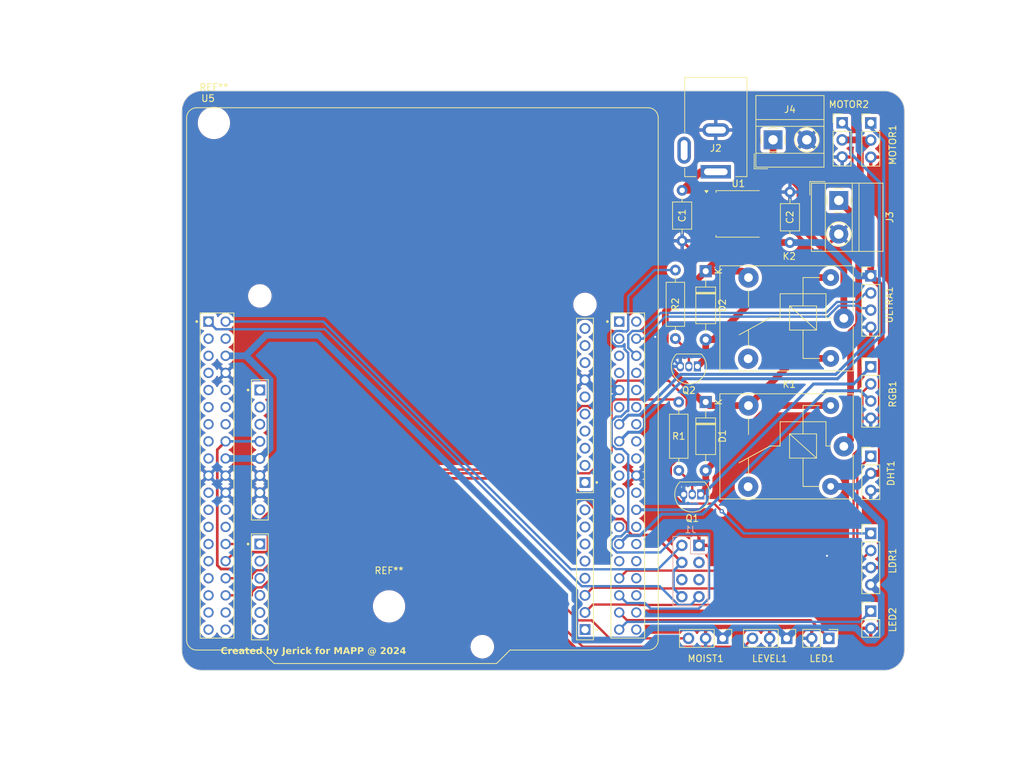
<source format=kicad_pcb>
(kicad_pcb (version 20240108) (generator "pcbnew") (generator_version "8.0")
  (layers (0 "F.Cu" signal) (31 "B.Cu" signal) (34 "B.Paste" user) (35 "F.Paste" user) (36 "B.SilkS" user "B.Silkscreen") (37 "F.SilkS" user "F.Silkscreen") (38 "B.Mask" user) (39 "F.Mask" user) (44 "Edge.Cuts" user))
  (net 0 "")
  (net 13 "rx")
  (net 14 "tx")
  (net 29 "A0")
  (net 31 "PUMP")
  (net 33 "MOISTURE")
  (net 35 "WATERLEVEL")
  (net 47 "D0")
  (net 48 "DHT")
  (net 57 "ECHO")
  (net 59 "TRIG")
  (net 64 "MOTOR2")
  (net 66 "MOTOR1")
  (net 73 "RLED")
  (net 76 "BLED")
  (net 80 "GLED")
  (net 82 "DC")
  (net 84 "LED1")
  (net 85 "LED2")
  (net 86 "+12V")
  (net 87 "GND")
  (net 88 "+5V")
  (net 89 "Net-(D1-A)")
  (net 90 "Net-(D2-A)")
  (net 91 "+3.3V")
  (net 94 "Net-(J3-Pin_1)")
  (net 95 "Net-(J4-Pin_1)")
  (net 96 "Net-(Q1-B)")
  (net 97 "Net-(Q2-B)")
  (footprint "Connector_PinHeader_2.54mm:PinHeader_1x04_P2.54mm_Vertical" (layer "F.Cu") (at 154.5 82.7)
    (property "Reference" "RGB1")
    (property "Value" "Conn_01x04")
  )
  (footprint "Package_TO_SOT_THT:TO-92_Inline" (layer "F.Cu") (at 128.77 82.64 180)
    (property "Reference" "Q2")
    (property "Value" "BC547")
  )
  (footprint "Connector_PinHeader_2.54mm:PinHeader_1x03_P2.54mm_Vertical" (layer "F.Cu") (at 132.525 123 -90)
    (property "Reference" "MOIST1")
    (property "Value" "Conn_01x03")
  )
  (footprint "Connector_PinHeader_2.54mm:PinHeader_1x04_P2.54mm_Vertical" (layer "F.Cu") (at 154.5 107.42)
    (property "Reference" "LDR1")
    (property "Value" "Conn_01x04")
  )
  (footprint "Diode_THT:D_A-405_P10.16mm_Horizontal" (layer "F.Cu") (at 130 68.5 -90)
    (property "Reference" "D2")
    (property "Value" "D")
  )
  (footprint "Connector_PinHeader_2.54mm:PinHeader_1x03_P2.54mm_Vertical" (layer "F.Cu") (at 150.25 46.475)
    (property "Reference" "MOTOR2")
    (property "Value" "Conn_01x03")
  )
  (footprint "Capacitor_THT:C_Axial_L3.8mm_D2.6mm_P7.50mm_Horizontal" (layer "F.Cu") (at 126.5 56.5 -90)
    (property "Reference" "C1")
    (property "Value" "100nF")
  )
  (footprint "Capacitor_THT:C_Axial_L3.8mm_D2.6mm_P7.50mm_Horizontal" (layer "F.Cu") (at 142.5 64.25 90)
    (property "Reference" "C2")
    (property "Value" "100nF")
  )
  (footprint "Package_TO_SOT_THT:TO-92_Inline" (layer "F.Cu") (at 129.27 101.64 180)
    (property "Reference" "Q1")
    (property "Value" "BC547")
  )
  (footprint "Connector_PinHeader_2.54mm:PinHeader_1x03_P2.54mm_Vertical" (layer "F.Cu") (at 154.5 95.975)
    (property "Reference" "DHT1")
    (property "Value" "Conn_01x03")
  )
  (footprint "Connector_PinHeader_2.54mm:PinHeader_1x02_P2.54mm_Vertical" (layer "F.Cu") (at 148.275 123 -90)
    (property "Reference" "LED1")
    (property "Value" "Conn_01x02")
  )
  (footprint "Library:ST_NUCLEO-F410RB" (layer "F.Cu") (at 87.95 85.49)
    (property "Reference" "U5")
    (property "Value" "NUCLEO-F410RB")
  )
  (footprint "TerminalBlock_MetzConnect:TerminalBlock_MetzConnect_Type011_RT05502HBWC_1x02_P5.00mm_Horizontal" (layer "F.Cu") (at 140 49)
    (property "Reference" "J4")
    (property "Value" "Screw_Terminal_01x02")
  )
  (footprint "Resistor_THT:R_Axial_DIN0207_L6.3mm_D2.5mm_P10.16mm_Horizontal" (layer "F.Cu") (at 125.5 78.5 90)
    (property "Reference" "R2")
    (property "Value" "1k")
  )
  (footprint "Connector_PinHeader_2.54mm:PinHeader_1x04_P2.54mm_Vertical" (layer "F.Cu") (at 154.5 69.2)
    (property "Reference" "ULTRA1")
    (property "Value" "Conn_01x04")
  )
  (footprint "MountingHole:MountingHole_4.3mm_M4" (layer "F.Cu") (at 57 46.5)
    (property "Reference" "REF**")
    (property "Value" "MountingHole_4.3mm_M4")
  )
  (footprint "MountingHole:MountingHole_4.3mm_M4" (layer "F.Cu") (at 83 118.25)
    (property "Reference" "REF**")
    (property "Value" "MountingHole_4.3mm_M4")
  )
  (footprint "Connector_PinHeader_2.54mm:PinHeader_1x02_P2.54mm_Vertical" (layer "F.Cu") (at 154.5 118.96)
    (property "Reference" "LED2")
    (property "Value" "Conn_01x02")
  )
  (footprint "Diode_THT:D_A-405_P10.16mm_Horizontal" (layer "F.Cu") (at 130 87.92 -90)
    (property "Reference" "D1")
    (property "Value" "D")
  )
  (footprint "Resistor_THT:R_Axial_DIN0207_L6.3mm_D2.5mm_P10.16mm_Horizontal" (layer "F.Cu") (at 126 98.08 90)
    (property "Reference" "R1")
    (property "Value" "1k")
  )
  (footprint "TerminalBlock_MetzConnect:TerminalBlock_MetzConnect_Type011_RT05502HBWC_1x02_P5.00mm_Horizontal" (layer "F.Cu") (at 149.75 58 -90)
    (property "Reference" "J3")
    (property "Value" "Screw_Terminal_01x02")
  )
  (footprint "Connector_PinHeader_2.54mm:PinHeader_1x03_P2.54mm_Vertical" (layer "F.Cu") (at 154.5 46.5)
    (property "Reference" "MOTOR1")
    (property "Value" "Conn_01x03")
  )
  (footprint "Relay_THT:Relay_SPDT_SANYOU_SRD_Series_Form_C" (layer "F.Cu") (at 150.5 94.5 180)
    (property "Reference" "K1")
    (property "Value" "SANYOU_SRD_Form_C")
  )
  (footprint "Relay_THT:Relay_SPDT_SANYOU_SRD_Series_Form_C" (layer "F.Cu") (at 150.5 75.5 180)
    (property "Reference" "K2")
    (property "Value" "SANYOU_SRD_Form_C")
  )
  (footprint "Connector_PinHeader_2.54mm:PinHeader_1x03_P2.54mm_Vertical" (layer "F.Cu") (at 142.025 123 -90)
    (property "Reference" "LEVEL1")
    (property "Value" "Conn_01x03")
  )
  (footprint "Package_TO_SOT_SMD:TO-252-2" (layer "F.Cu") (at 134.84 60.0025)
    (property "Reference" "U1")
    (property "Value" "L7805")
  )
  (footprint "Connector_BarrelJack:BarrelJack_Kycon_KLDX-0202-xC_Horizontal" (layer "F.Cu") (at 131.5 53.75 -90)
    (property "Reference" "J2")
    (property "Value" "Barrel_Jack")
  )
  (footprint "Connector_PinHeader_2.54mm:PinHeader_2x04_P2.54mm_Vertical" (layer "B.Cu") (at 129 109.2 180)
    (property "Reference" "J1")
    (property "Value" "Conn_02x04_Counter_Clockwise")
  )
  (gr_line (start 52.25 124.75) (end 52.25 44.75) (stroke (width 0.1)) (layer "Edge.Cuts"))
  (gr_line (start 55.25 41.75) (end 156.5 41.75) (stroke (width 0.1)) (layer "Edge.Cuts"))
  (gr_arc (start 156.5 41.75) (mid 158.62132 42.62868) (end 159.5 44.75) (stroke (width 0.1)) (layer "Edge.Cuts"))
  (gr_line (start 159.5 44.75) (end 159.5 124.75) (stroke (width 0.1)) (layer "Edge.Cuts"))
  (gr_line (start 156.5 127.75) (end 55.25 127.75) (stroke (width 0.1)) (layer "Edge.Cuts"))
  (gr_arc (start 55.25 127.75) (mid 53.12868 126.87132) (end 52.25 124.75) (stroke (width 0.1)) (layer "Edge.Cuts"))
  (gr_arc (start 159.5 124.75) (mid 158.62132 126.87132) (end 156.5 127.75) (stroke (width 0.1)) (layer "Edge.Cuts"))
  (gr_arc (start 52.25 44.75) (mid 53.12868 42.62868) (end 55.25 41.75) (stroke (width 0.1)) (layer "Edge.Cuts"))
  (gr_text "Created by Jerick for MAPP @ 2024" (at 58 125.5 0) (layer "F.SilkS") (effects (font (size 1 1) (thickness 0.2) (bold yes)) (justify left bottom)))
  (segment (start 123.165088 115.2575) (end 125.952588 118.045) (width 0.35) (layer "B.Cu") (net 13))
  (segment (start 125.952588 118.045) (end 127.775 118.045) (width 0.35) (layer "B.Cu") (net 13))
  (segment (start 56.2 75.98) (end 57.34 77.12) (width 0.35) (layer "B.Cu") (net 13))
  (segment (start 57.34 77.12) (end 73.454763 77.12) (width 0.35) (layer "B.Cu") (net 13))
  (segment (start 73.454763 77.12) (end 111.592263 115.2575) (width 0.35) (layer "B.Cu") (net 13))
  (segment (start 127.775 118.045) (end 129 116.82) (width 0.35) (layer "B.Cu") (net 13))
  (segment (start 111.592263 115.2575) (end 123.165088 115.2575) (width 0.35) (layer "B.Cu") (net 13))
  (segment (start 73.23 75.98) (end 58.74 75.98) (width 0.35) (layer "B.Cu") (net 14))
  (segment (start 122.91 112.75) (end 110 112.75) (width 0.35) (layer "B.Cu") (net 14))
  (segment (start 110 112.75) (end 73.23 75.98) (width 0.35) (layer "B.Cu") (net 14))
  (segment (start 126.46 109.2) (end 122.91 112.75) (width 0.35) (layer "B.Cu") (net 14))
  (segment (start 111.592263 88.5225) (end 102.164763 97.95) (width 0.35) (layer "F.Cu") (net 29))
  (segment (start 71.455237 97.95) (end 60.405237 109) (width 0.35) (layer "F.Cu") (net 29))
  (segment (start 132.375 104.125) (end 131.25 103) (width 0.35) (layer "F.Cu") (net 29))
  (segment (start 102.164763 97.95) (end 71.455237 97.95) (width 0.35) (layer "F.Cu") (net 29))
  (segment (start 116.937796 84.75) (end 112.866516 88.82128) (width 0.35) (layer "F.Cu") (net 29))
  (segment (start 112.866516 88.82128) (end 112.567737 88.5225) (width 0.35) (layer "F.Cu") (net 29))
  (segment (start 112.567737 88.5225) (end 111.592263 88.5225) (width 0.35) (layer "F.Cu") (net 29))
  (segment (start 127.175 95.075) (end 127.175 87.433299) (width 0.35) (layer "F.Cu") (net 29))
  (segment (start 124.825 97.425) (end 127.175 95.075) (width 0.35) (layer "F.Cu") (net 29))
  (segment (start 60.405237 109) (end 58.74 109) (width 0.35) (layer "F.Cu") (net 29))
  (segment (start 124.491701 84.75) (end 116.937796 84.75) (width 0.35) (layer "F.Cu") (net 29))
  (segment (start 127.175 87.433299) (end 124.491701 84.75) (width 0.35) (layer "F.Cu") (net 29))
  (segment (start 131.25 103) (end 126.592208 103) (width 0.35) (layer "F.Cu") (net 29))
  (segment (start 124.825 101.232792) (end 124.825 97.425) (width 0.35) (layer "F.Cu") (net 29))
  (segment (start 126.592208 103) (end 124.825 101.232792) (width 0.35) (layer "F.Cu") (net 29))
  (via (at 132.375 104.125) (size 0.66) (drill 0.3) (layers "F.Cu" "B.Cu") (net 29))
  (segment (start 135.67 107.42) (end 154.5 107.42) (width 0.35) (layer "B.Cu") (net 29))
  (segment (start 132.375 104.125) (end 135.67 107.42) (width 0.35) (layer "B.Cu") (net 29))
  (segment (start 116.02 87.98) (end 116.46 87.54) (width 0.35) (layer "F.Cu") (net 31))
  (segment (start 125.62 87.54) (end 126 87.92) (width 0.35) (layer "F.Cu") (net 31))
  (segment (start 116.02 95.23) (end 116.02 87.98) (width 0.35) (layer "F.Cu") (net 31))
  (segment (start 112.75 98.5) (end 116.02 95.23) (width 0.35) (layer "F.Cu") (net 31))
  (segment (start 71.78 98.5) (end 112.75 98.5) (width 0.35) (layer "F.Cu") (net 31))
  (segment (start 116.46 87.54) (end 125.62 87.54) (width 0.35) (layer "F.Cu") (net 31))
  (segment (start 58.74 111.54) (end 71.78 98.5) (width 0.35) (layer "F.Cu") (net 31))
  (segment (start 65.5975 111.612737) (end 65.5975 106.308844) (width 0.35) (layer "F.Cu") (net 33))
  (segment (start 58.74 114.08) (end 62.6425 114.08) (width 0.35) (layer "F.Cu") (net 33))
  (segment (start 113.25 120.5) (end 113.25 120.515) (width 0.35) (layer "F.Cu") (net 33))
  (segment (start 111.0875 120.3375) (end 113.0875 120.3375) (width 0.35) (layer "F.Cu") (net 33))
  (segment (start 113.0875 120.3375) (end 113.25 120.5) (width 0.35) (layer "F.Cu") (net 33))
  (segment (start 72.081344 99.825) (end 90.575 99.825) (width 0.35) (layer "F.Cu") (net 33))
  (segment (start 115.735 123) (end 127.445 123) (width 0.35) (layer "F.Cu") (net 33))
  (segment (start 62.6425 114.08) (end 62.6425 113.592263) (width 0.35) (layer "F.Cu") (net 33))
  (segment (start 62.6425 113.592263) (end 63.332263 112.9025) (width 0.35) (layer "F.Cu") (net 33))
  (segment (start 64.307737 112.9025) (end 65.5975 111.612737) (width 0.35) (layer "F.Cu") (net 33))
  (segment (start 90.575 99.825) (end 111.0875 120.3375) (width 0.35) (layer "F.Cu") (net 33))
  (segment (start 63.332263 112.9025) (end 64.307737 112.9025) (width 0.35) (layer "F.Cu") (net 33))
  (segment (start 113.25 120.515) (end 115.735 123) (width 0.35) (layer "F.Cu") (net 33))
  (segment (start 65.5975 106.308844) (end 72.081344 99.825) (width 0.35) (layer "F.Cu") (net 33))
  (segment (start 62.6425 116.62) (end 62.6425 116.132263) (width 0.35) (layer "F.Cu") (net 35))
  (segment (start 87.875 100.375) (end 111.75 124.25) (width 0.35) (layer "F.Cu") (net 35))
  (segment (start 135.695 124.25) (end 136.945 123) (width 0.35) (layer "F.Cu") (net 35))
  (segment (start 58.74 116.62) (end 62.6425 116.62) (width 0.35) (layer "F.Cu") (net 35))
  (segment (start 66.1475 106.536662) (end 72.309162 100.375) (width 0.35) (layer "F.Cu") (net 35))
  (segment (start 111.75 124.25) (end 135.695 124.25) (width 0.35) (layer "F.Cu") (net 35))
  (segment (start 64.122737 115.4425) (end 66.1475 113.417737) (width 0.35) (layer "F.Cu") (net 35))
  (segment (start 63.332263 115.4425) (end 64.122737 115.4425) (width 0.35) (layer "F.Cu") (net 35))
  (segment (start 72.309162 100.375) (end 87.875 100.375) (width 0.35) (layer "F.Cu") (net 35))
  (segment (start 62.6425 116.132263) (end 63.332263 115.4425) (width 0.35) (layer "F.Cu") (net 35))
  (segment (start 66.1475 113.417737) (end 66.1475 106.536662) (width 0.35) (layer "F.Cu") (net 35))
  (segment (start 154.5 109.96) (end 146.411102 118.048898) (width 0.35) (layer "F.Cu") (net 47))
  (segment (start 120.134704 117.9825) (end 113.2575 117.9825) (width 0.35) (layer "F.Cu") (net 47))
  (segment (start 113.2575 117.9825) (end 112.08 119.16) (width 0.35) (layer "F.Cu") (net 47))
  (segment (start 120.201102 118.048898) (end 120.134704 117.9825) (width 0.35) (layer "F.Cu") (net 47))
  (segment (start 146.411102 118.048898) (end 120.201102 118.048898) (width 0.35) (layer "F.Cu") (net 47))
  (segment (start 144.845 115.595) (end 120.287204 115.595) (width 0.35) (layer "F.Cu") (net 48))
  (segment (start 120.287204 115.595) (end 120.172204 115.48) (width 0.35) (layer "F.Cu") (net 48))
  (segment (start 152.5 110.5) (end 146.25 116.75) (width 0.35) (layer "F.Cu") (net 48))
  (segment (start 154.5 95.975) (end 152.5 97.975) (width 0.35) (layer "F.Cu") (net 48))
  (segment (start 120.172204 115.48) (end 113.22 115.48) (width 0.35) (layer "F.Cu") (net 48))
  (segment (start 113.22 115.48) (end 112.08 116.62) (width 0.35) (layer "F.Cu") (net 48))
  (segment (start 146.25 116.75) (end 146.25 117) (width 0.35) (layer "F.Cu") (net 48))
  (segment (start 146.25 117) (end 144.845 115.595) (width 0.35) (layer "F.Cu") (net 48))
  (segment (start 152.5 97.975) (end 152.5 110.5) (width 0.35) (layer "F.Cu") (net 48))
  (segment (start 153.017818 74) (end 152.642818 73.625) (width 0.35) (layer "B.Cu") (net 57))
  (segment (start 154.5 74.28) (end 154.22 74) (width 0.35) (layer "B.Cu") (net 57))
  (segment (start 152.642818 73.625) (end 149.723349 73.625) (width 0.35) (layer "B.Cu") (net 57))
  (segment (start 124 75.25) (end 120.73 78.52) (width 0.35) (layer "B.Cu") (net 57))
  (segment (start 154.22 74) (end 153.017818 74) (width 0.35) (layer "B.Cu") (net 57))
  (segment (start 148.098349 75.25) (end 124 75.25) (width 0.35) (layer "B.Cu") (net 57))
  (segment (start 149.723349 73.625) (end 148.098349 75.25) (width 0.35) (layer "B.Cu") (net 57))
  (segment (start 120.73 78.52) (end 119.7 78.52) (width 0.35) (layer "B.Cu") (net 57))
  (segment (start 119.12 77.38) (end 118.5 78) (width 0.35) (layer "B.Cu") (net 59))
  (segment (start 123.3 74.7) (end 120.62 77.38) (width 0.35) (layer "B.Cu") (net 59))
  (segment (start 153.76 71.74) (end 152.425 73.075) (width 0.35) (layer "B.Cu") (net 59))
  (segment (start 149.495531 73.075) (end 147.870531 74.7) (width 0.35) (layer "B.Cu") (net 59))
  (segment (start 154.5 71.74) (end 153.76 71.74) (width 0.35) (layer "B.Cu") (net 59))
  (segment (start 118.5 79.86) (end 119.7 81.06) (width 0.35) (layer "B.Cu") (net 59))
  (segment (start 152.425 73.075) (end 149.495531 73.075) (width 0.35) (layer "B.Cu") (net 59))
  (segment (start 120.62 77.38) (end 119.12 77.38) (width 0.35) (layer "B.Cu") (net 59))
  (segment (start 118.5 78) (end 118.5 79.86) (width 0.35) (layer "B.Cu") (net 59))
  (segment (start 147.870531 74.7) (end 123.3 74.7) (width 0.35) (layer "B.Cu") (net 59))
  (segment (start 151.525 47.75) (end 151.525 51.026877) (width 0.45) (layer "B.Cu") (net 64))
  (segment (start 151.525 51.026877) (end 155.775 55.276877) (width 0.45) (layer "B.Cu") (net 64))
  (segment (start 120.192915 89.87) (end 118.51 89.87) (width 0.45) (layer "B.Cu") (net 64))
  (segment (start 126.247915 83.815) (end 120.192915 89.87) (width 0.45) (layer "B.Cu") (net 64))
  (segment (start 150.25 46.475) (end 151.525 47.75) (width 0.45) (layer "B.Cu") (net 64))
  (segment (start 155.775 77.348123) (end 149.308123 83.815) (width 0.45) (layer "B.Cu") (net 64))
  (segment (start 155.775 55.276877) (end 155.775 77.348123) (width 0.45) (layer "B.Cu") (net 64))
  (segment (start 149.308123 83.815) (end 126.247915 83.815) (width 0.45) (layer "B.Cu") (net 64))
  (segment (start 118.51 89.87) (end 117.16 91.22) (width 0.45) (layer "B.Cu") (net 64))
  (segment (start 118.51 92.41) (end 117.16 93.76) (width 0.45) (layer "B.Cu") (net 66))
  (segment (start 156.425 49.161877) (end 156.425 77.617362) (width 0.45) (layer "B.Cu") (net 66))
  (segment (start 120.192915 92.41) (end 118.51 92.41) (width 0.45) (layer "B.Cu") (net 66))
  (segment (start 120.89 91.712915) (end 120.192915 92.41) (width 0.45) (layer "B.Cu") (net 66))
  (segment (start 120.89 90.36) (end 120.89 91.712915) (width 0.45) (layer "B.Cu") (net 66))
  (segment (start 156.425 77.617362) (end 149.577362 84.465) (width 0.45) (layer "B.Cu") (net 66))
  (segment (start 154.5 46.5) (end 154.5 47.236877) (width 0.45) (layer "B.Cu") (net 66))
  (segment (start 149.577362 84.465) (end 126.785 84.465) (width 0.45) (layer "B.Cu") (net 66))
  (segment (start 126.785 84.465) (end 120.89 90.36) (width 0.45) (layer "B.Cu") (net 66))
  (segment (start 154.5 47.236877) (end 156.425 49.161877) (width 0.45) (layer "B.Cu") (net 66))
  (segment (start 151.95 85.25) (end 146 85.25) (width 0.45) (layer "B.Cu") (net 73))
  (segment (start 129.115 103.92) (end 119.7 103.92) (width 0.45) (layer "B.Cu") (net 73))
  (segment (start 154.5 82.7) (end 151.95 85.25) (width 0.45) (layer "B.Cu") (net 73))
  (segment (start 130.22 102.815) (end 129.115 103.92) (width 0.45) (layer "B.Cu") (net 73))
  (segment (start 130.22 101.03) (end 130.22 102.815) (width 0.45) (layer "B.Cu") (net 73))
  (segment (start 146 85.25) (end 130.22 101.03) (width 0.45) (layer "B.Cu") (net 73))
  (segment (start 129.507638 104.57) (end 123.43 104.57) (width 0.45) (layer "B.Cu") (net 76))
  (segment (start 154.5 87.78) (end 152.97 86.25) (width 0.45) (layer "B.Cu") (net 76))
  (segment (start 118.41 107.75) (end 117.16 109) (width 0.45) (layer "B.Cu") (net 76))
  (segment (start 147.827638 86.25) (end 129.507638 104.57) (width 0.45) (layer "B.Cu") (net 76))
  (segment (start 123.43 104.57) (end 120.25 107.75) (width 0.45) (layer "B.Cu") (net 76))
  (segment (start 152.97 86.25) (end 147.827638 86.25) (width 0.45) (layer "B.Cu") (net 76))
  (segment (start 120.25 107.75) (end 118.41 107.75) (width 0.45) (layer "B.Cu") (net 76))
  (segment (start 151.95 108.5) (end 151.95 95.701651) (width 0.35) (layer "F.Cu") (net 80))
  (segment (start 151.95 95.701651) (end 153.25 94.401651) (width 0.35) (layer "F.Cu") (net 80))
  (segment (start 125.952588 112.965) (end 147.485 112.965) (width 0.35) (layer "F.Cu") (net 80))
  (segment (start 117.16 114.08) (end 118.3 112.94) (width 0.35) (layer "F.Cu") (net 80))
  (segment (start 118.3 112.94) (end 125.927588 112.94) (width 0.35) (layer "F.Cu") (net 80))
  (segment (start 153.25 94.401651) (end 153.25 86.49) (width 0.35) (layer "F.Cu") (net 80))
  (segment (start 153.25 86.49) (end 154.5 85.24) (width 0.35) (layer "F.Cu") (net 80))
  (segment (start 147.485 112.965) (end 151.95 108.5) (width 0.35) (layer "F.Cu") (net 80))
  (segment (start 125.927588 112.94) (end 125.952588 112.965) (width 0.35) (layer "F.Cu") (net 80))
  (segment (start 118.5 89.27) (end 118.5 80.637818) (width 0.35) (layer "B.Cu") (net 82))
  (segment (start 117.451472 90.08) (end 118.261472 89.27) (width 0.35) (layer "B.Cu") (net 82))
  (segment (start 117.95 79.342204) (end 117.632204 79.66) (width 0.35) (layer "B.Cu") (net 82))
  (segment (start 118.5 80.637818) (end 117.95 80.087818) (width 0.35) (layer "B.Cu") (net 82))
  (segment (start 116.797796 110.25) (end 116.02 109.472204) (width 0.35) (layer "B.Cu") (net 82))
  (segment (start 117.702204 77.45) (end 118.272183 77.45) (width 0.35) (layer "B.Cu") (net 82))
  (segment (start 118.5 72.25) (end 122.41 68.34) (width 0.35) (layer "B.Cu") (net 82))
  (segment (start 117.95 80.087818) (end 117.95 79.342204) (width 0.35) (layer "B.Cu") (net 82))
  (segment (start 116.02 109.472204) (end 116.02 108.527796) (width 0.35) (layer "B.Cu") (net 82))
  (segment (start 116.02 94.232204) (end 116.02 90.747796) (width 0.35) (layer "B.Cu") (net 82))
  (segment (start 116.687796 79.66) (end 116.02 78.992204) (width 0.35) (layer "B.Cu") (net 82))
  (segment (start 118.5 95.767796) (end 117.632204 94.9) (width 0.35) (layer "B.Cu") (net 82))
  (segment (start 116.02 78.992204) (end 116.02 78.047796) (width 0.35) (layer "B.Cu") (net 82))
  (segment (start 116.687796 107.86) (end 117.451472 107.86) (width 0.35) (layer "B.Cu") (net 82))
  (segment (start 120.98477 117.76) (end 121.81977 118.595) (width 0.35) (layer "B.Cu") (net 82))
  (segment (start 118.261472 89.27) (end 118.5 89.27) (width 0.35) (layer "B.Cu") (net 82))
  (segment (start 117.632204 94.9) (end 116.687796 94.9) (width 0.35) (layer "B.Cu") (net 82))
  (segment (start 128.957412 118.595) (end 130.5 117.052412) (width 0.35) (layer "B.Cu") (net 82))
  (segment (start 118.5 107.15) (end 118.5 95.767796) (width 0.35) (layer "B.Cu") (net 82))
  (segment (start 116.02 78.047796) (end 116.687796 77.38) (width 0.35) (layer "B.Cu") (net 82))
  (segment (start 118.161472 107.15) (end 118.5 107.15) (width 0.35) (layer "B.Cu") (net 82))
  (segment (start 116.687796 77.38) (end 117.632204 77.38) (width 0.35) (layer "B.Cu") (net 82))
  (segment (start 117.16 116.62) (end 118.3 117.76) (width 0.35) (layer "B.Cu") (net 82))
  (segment (start 117.632204 79.66) (end 116.687796 79.66) (width 0.35) (layer "B.Cu") (net 82))
  (segment (start 130.5 107.5) (end 126 107.5) (width 0.35) (layer "B.Cu") (net 82))
  (segment (start 118.3 117.76) (end 120.98477 117.76) (width 0.35) (layer "B.Cu") (net 82))
  (segment (start 123.25 110.25) (end 116.797796 110.25) (width 0.35) (layer "B.Cu") (net 82))
  (segment (start 117.632204 77.38) (end 117.702204 77.45) (width 0.35) (layer "B.Cu") (net 82))
  (segment (start 116.687796 94.9) (end 116.02 94.232204) (width 0.35) (layer "B.Cu") (net 82))
  (segment (start 116.02 108.527796) (end 116.687796 107.86) (width 0.35) (layer "B.Cu") (net 82))
  (segment (start 121.81977 118.595) (end 128.957412 118.595) (width 0.35) (layer "B.Cu") (net 82))
  (segment (start 130.5 117.052412) (end 130.5 107.5) (width 0.35) (layer "B.Cu") (net 82))
  (segment (start 126 107.5) (end 123.25 110.25) (width 0.35) (layer "B.Cu") (net 82))
  (segment (start 117.451472 107.86) (end 118.161472 107.15) (width 0.35) (layer "B.Cu") (net 82))
  (segment (start 118.5 77.222182) (end 118.5 72.25) (width 0.35) (layer "B.Cu") (net 82))
  (segment (start 122.41 68.34) (end 125.5 68.34) (width 0.35) (layer "B.Cu") (net 82))
  (segment (start 116.687796 90.08) (end 117.451472 90.08) (width 0.35) (layer "B.Cu") (net 82))
  (segment (start 118.272183 77.45) (end 118.5 77.222182) (width 0.35) (layer "B.Cu") (net 82))
  (segment (start 116.02 90.747796) (end 116.687796 90.08) (width 0.35) (layer "B.Cu") (net 82))
  (segment (start 148.275 123) (end 145.575 120.3) (width 0.35) (layer "F.Cu") (net 84))
  (segment (start 145.575 120.3) (end 118.3 120.3) (width 0.35) (layer "F.Cu") (net 84))
  (segment (start 118.3 120.3) (end 117.16 119.16) (width 0.35) (layer "F.Cu") (net 84))
  (segment (start 154.5 118.96) (end 152.9 120.56) (width 0.35) (layer "B.Cu") (net 85))
  (segment (start 118.3 120.56) (end 117.16 121.7) (width 0.35) (layer "B.Cu") (net 85))
  (segment (start 152.9 120.56) (end 118.3 120.56) (width 0.35) (layer "B.Cu") (net 85))
  (segment (start 126.5 56.5) (end 128.5775 56.5) (width 1) (layer "F.Cu") (net 86))
  (segment (start 129.25 53.75) (end 126.5 56.5) (width 1) (layer "F.Cu") (net 86))
  (segment (start 131.5 53.75) (end 129.25 53.75) (width 1) (layer "F.Cu") (net 86))
  (segment (start 128.5775 56.5) (end 129.8 57.7225) (width 1) (layer "F.Cu") (net 86))
  (segment (start 127.5 69) (end 127.5 65) (width 0.4) (layer "F.Cu") (net 87))
  (segment (start 146.45 109.2) (end 148 110.75) (width 0.4) (layer "F.Cu") (net 87))
  (segment (start 129 109.2) (end 146.45 109.2) (width 0.4) (layer "F.Cu") (net 87))
  (segment (start 127.5 65) (end 126.5 64) (width 0.4) (layer "F.Cu") (net 87))
  (segment (start 122.5 78.25) (end 122.5 74) (width 0.4) (layer "F.Cu") (net 87))
  (segment (start 122.5 74) (end 127.5 69) (width 0.4) (layer "F.Cu") (net 87))
  (via (at 148 110.75) (size 0.66) (drill 0.3) (layers "F.Cu" "B.Cu") (net 87))
  (via (at 122.5 78.25) (size 0.66) (drill 0.3) (layers "F.Cu" "B.Cu") (net 87))
  (segment (start 148 110.75) (end 149.75 112.5) (width 0.4) (layer "B.Cu") (net 87))
  (segment (start 119.7 98.84) (end 123.93 98.84) (width 1) (layer "B.Cu") (net 87))
  (segment (start 113.6 86.14) (end 112.08 84.62) (width 1) (layer "B.Cu") (net 87))
  (segment (start 126.23 82.64) (end 122.5 78.91) (width 0.4) (layer "B.Cu") (net 87))
  (segment (start 123.93 98.84) (end 126.73 101.64) (width 1) (layer "B.Cu") (net 87))
  (segment (start 122.5 78.91) (end 122.5 78.25) (width 0.4) (layer "B.Cu") (net 87))
  (segment (start 149.75 112.5) (end 154.5 112.5) (width 0.4) (layer "B.Cu") (net 87))
  (segment (start 117.16 86.14) (end 113.6 86.14) (width 1) (layer "B.Cu") (net 87))
  (segment (start 124 74.5) (end 130 68.5) (width 1) (layer "F.Cu") (net 88))
  (segment (start 155.702081 98.515) (end 156.05 98.167081) (width 1) (layer "F.Cu") (net 88))
  (segment (start 154.5 98.515) (end 155.702081 98.515) (width 1) (layer "F.Cu") (net 88))
  (segment (start 142.5 64.25) (end 133.39707 64.25) (width 1) (layer "F.Cu") (net 88))
  (segment (start 154.475 49.015) (end 154.5 49.04) (width 1) (layer "F.Cu") (net 88))
  (segment (start 130 87.92) (end 129.552588 87.92) (width 1) (layer "F.Cu") (net 88))
  (segment (start 133.39707 64.25) (end 133.39707 65.10293) (width 1) (layer "F.Cu") (net 88))
  (segment (start 150.25 49.015) (end 154.475 49.015) (width 1) (layer "F.Cu") (net 88))
  (segment (start 148.55 81.45) (end 143.35 81.45) (width 1) (layer "F.Cu") (net 88))
  (segment (start 131.42957 62.2825) (end 129.8 62.2825) (width 1) (layer "F.Cu") (net 88))
  (segment (start 129.552588 87.92) (end 124 82.367412) (width 1) (layer "F.Cu") (net 88))
  (segment (start 135.4 68.5) (end 136.35 69.45) (width 1) (layer "F.Cu") (net 88))
  (segment (start 124 82.367412) (end 124 74.5) (width 1) (layer "F.Cu") (net 88))
  (segment (start 133.39707 65.10293) (end 130 68.5) (width 1) (layer "F.Cu") (net 88))
  (segment (start 156.05 98.167081) (end 156.05 70.75) (width 1) (layer "F.Cu") (net 88))
  (segment (start 152.95 50.59) (end 152.95 59.502944) (width 1) (layer "F.Cu") (net 88))
  (segment (start 154.5 49.04) (end 152.95 50.59) (width 1) (layer "F.Cu") (net 88))
  (segment (start 156.05 70.75) (end 154.5 69.2) (width 1) (layer "F.Cu") (net 88))
  (segment (start 152.95 59.502944) (end 154.5 61.052944) (width 1) (layer "F.Cu") (net 88))
  (segment (start 130 68.5) (end 135.4 68.5) (width 1) (layer "F.Cu") (net 88))
  (segment (start 154.5 61.052944) (end 154.5 69.2) (width 1) (layer "F.Cu") (net 88))
  (segment (start 143.35 81.45) (end 136.35 88.45) (width 1) (layer "F.Cu") (net 88))
  (segment (start 130.53 88.45) (end 130 87.92) (width 1) (layer "F.Cu") (net 88))
  (segment (start 133.39707 64.25) (end 131.42957 62.2825) (width 1) (layer "F.Cu") (net 88))
  (segment (start 136.35 88.45) (end 130.53 88.45) (width 1) (layer "F.Cu") (net 88))
  (segment (start 110.5775 117.242356) (end 110.5775 115.997644) (width 1) (layer "B.Cu") (net 88))
  (segment (start 134.075 121.45) (end 140.475 121.45) (width 1) (layer "B.Cu") (net 88))
  (segment (start 150.63 100.45) (end 148.55 100.45) (width 1) (layer "B.Cu") (net 88))
  (segment (start 110.5775 118.537644) (end 111.225144 117.89) (width 1) (layer "B.Cu") (net 88))
  (segment (start 140.475 121.45) (end 142.025 123) (width 1) (layer "B.Cu") (net 88))
  (segment (start 154.5 115.04) (end 156.05 113.49) (width 1) (layer "B.Cu") (net 88))
  (segment (start 154.5 69.2) (end 152.65 69.2) (width 1) (layer "B.Cu") (net 88))
  (segment (start 132.525 123) (end 130.975 121.45) (width 1) (layer "B.Cu") (net 88))
  (segment (start 156.05 105.87) (end 150.63 100.45) (width 1) (layer "B.Cu") (net 88))
  (segment (start 130.975 121.45) (end 122.021823 121.45) (width 1) (layer "B.Cu") (net 88))
  (segment (start 148.55 100.45) (end 152.565 100.45) (width 1) (layer "B.Cu") (net 88))
  (segment (start 152.565 100.45) (end 154.5 98.515) (width 1) (layer "B.Cu") (net 88))
  (segment (start 132.525 123) (end 134.075 121.45) (width 1) (layer "B.Cu") (net 88))
  (segment (start 156.05 116.59) (end 154.5 115.04) (width 1) (layer "B.Cu") (net 88))
  (segment (start 152.257968 121.45) (end 154.057968 123.25) (width 1) (layer "B.Cu") (net 88))
  (segment (start 72.574856 77.995) (end 64.755 77.995) (width 1) (layer "B.Cu") (net 88))
  (segment (start 63.82 96.3) (end 65.3225 94.7975) (width 1) (layer "B.Cu") (net 88))
  (segment (start 110.5775 115.997644) (end 72.574856 77.995) (width 1) (layer "B.Cu") (net 88))
  (segment (start 155 123.25) (end 156.05 122.2) (width 1) (layer "B.Cu") (net 88))
  (segment (start 143.575 121.45) (end 152.257968 121.45) (width 1) (layer "B.Cu") (net 88))
  (segment (start 142.025 123) (end 143.575 121.45) (width 1) (layer "B.Cu") (net 88))
  (segment (start 152.65 69.2) (end 147.7 64.25) (width 1) (layer "B.Cu") (net 88))
  (segment (start 65.3225 84.6375) (end 61.745 81.06) (width 1) (layer "B.Cu") (net 88))
  (segment (start 63.82 96.3) (end 58.74 96.3) (width 1) (layer "B.Cu") (net 88))
  (segment (start 156.05 113.49) (end 156.05 105.87) (width 1) (layer "B.Cu") (net 88))
  (segment (start 110.5775 123.2025) (end 110.5775 118.537644) (width 1) (layer "B.Cu") (net 88))
  (segment (start 120.221823 123.25) (end 110.625 123.25) (width 1) (layer "B.Cu") (net 88))
  (segment (start 154.057968 123.25) (end 155 123.25) (width 1) (layer "B.Cu") (net 88))
  (segment (start 64.755 77.995) (end 61.745 81.005) (width 1) (layer "B.Cu") (net 88))
  (segment (start 122.021823 121.45) (end 120.221823 123.25) (width 1) (layer "B.Cu") (net 88))
  (segment (start 156.05 122.2) (end 156.05 116.59) (width 1) (layer "B.Cu") (net 88))
  (segment (start 147.7 64.25) (end 142.5 64.25) (width 1) (layer "B.Cu") (net 88))
  (segment (start 65.3225 94.7975) (end 65.3225 84.6375) (width 1) (layer "B.Cu") (net 88))
  (segment (start 110.625 123.25) (end 110.5775 123.2025) (width 1) (layer "B.Cu") (net 88))
  (segment (start 111.225144 117.89) (end 110.5775 117.242356) (width 1) (layer "B.Cu") (net 88))
  (segment (start 61.745 81.005) (end 61.745 81.06) (width 1) (layer "B.Cu") (net 88))
  (segment (start 61.745 81.06) (end 58.74 81.06) (width 1) (layer "B.Cu") (net 88))
  (segment (start 139.63 88.45) (end 130 98.08) (width 1) (layer "F.Cu") (net 89))
  (segment (start 148.55 88.45) (end 139.63 88.45) (width 1) (layer "F.Cu") (net 89))
  (segment (start 130 98.08) (end 130 100.91) (width 1) (layer "F.Cu") (net 89))
  (segment (start 130 100.91) (end 129.27 101.64) (width 1) (layer "F.Cu") (net 89))
  (segment (start 140.34137 69.45) (end 148.55 69.45) (width 1) (layer "F.Cu") (net 90))
  (segment (start 130 78.66) (end 131.13137 78.66) (width 1) (layer "F.Cu") (net 90))
  (segment (start 130 78.66) (end 130 81.41) (width 1) (layer "F.Cu") (net 90))
  (segment (start 131.13137 78.66) (end 140.34137 69.45) (width 1) (layer "F.Cu") (net 90))
  (segment (start 130 81.41) (end 128.77 82.64) (width 1) (layer "F.Cu") (net 90))
  (segment (start 109.110592 99.25) (end 113.2825 103.421908) (width 0.4) (layer "F.Cu") (net 91))
  (segment (start 118.325 105.977441) (end 118.325 106.942559) (width 0.4) (layer "F.Cu") (net 91))
  (segment (start 62.6175 110.2025) (end 65.0225 110.2025) (width 0.4) (layer "F.Cu") (net 91))
  (segment (start 57.5 112.157559) (end 58.047441 112.705) (width 0.4) (layer "F.Cu") (net 91))
  (segment (start 113.2825 103.5325) (end 115.045 105.295) (width 0.4) (layer "F.Cu") (net 91))
  (segment (start 113.2825 103.421908) (end 113.2825 103.5325) (width 0.4) (layer "F.Cu") (net 91))
  (segment (start 65.0225 106.070672) (end 71.843172 99.25) (width 0.4) (layer "F.Cu") (net 91))
  (segment (start 115.045 105.295) (end 117.642559 105.295) (width 0.4) (layer "F.Cu") (net 91))
  (segment (start 58.047441 112.705) (end 60.115 112.705) (width 0.4) (layer "F.Cu") (net 91))
  (segment (start 57.5 95) (end 57.5 112.157559) (width 0.4) (layer "F.Cu") (net 91))
  (segment (start 71.843172 99.25) (end 109.110592 99.25) (width 0.4) (layer "F.Cu") (net 91))
  (segment (start 118.325 106.942559) (end 119.044941 107.6625) (width 0.4) (layer "F.Cu") (net 91))
  (segment (start 122.3825 107.6625) (end 126.46 111.74) (width 0.4) (layer "F.Cu") (net 91))
  (segment (start 60.115 112.705) (end 62.6175 110.2025) (width 0.4) (layer "F.Cu") (net 91))
  (segment (start 117.642559 105.295) (end 118.325 105.977441) (width 0.4) (layer "F.Cu") (net 91))
  (segment (start 58.74 93.76) (end 57.5 95) (width 0.4) (layer "F.Cu") (net 91))
  (segment (start 65.0225 110.2025) (end 65.0225 106.070672) (width 0.4) (layer "F.Cu") (net 91))
  (segment (start 119.044941 107.6625) (end 122.3825 107.6625) (width 0.4) (layer "F.Cu") (net 91))
  (segment (start 126.46 111.74) (end 125.21 112.99) (width 0.4) (layer "B.Cu") (net 91))
  (segment (start 58.74 93.76) (end 63.82 93.76) (width 0.4) (layer "B.Cu") (net 91))
  (segment (start 125.21 112.99) (end 125.21 115.57) (width 0.4) (layer "B.Cu") (net 91))
  (segment (start 125.21 115.57) (end 126.46 116.82) (width 0.4) (layer "B.Cu") (net 91))
  (segment (start 151.5 93.5) (end 151.5 77.61127) (width 1) (layer "F.Cu") (net 94))
  (segment (start 151.5 77.61127) (end 152.7 76.41127) (width 1) (layer "F.Cu") (net 94))
  (segment (start 152.7 76.41127) (end 152.7 60.95) (width 1) (layer "F.Cu") (net 94))
  (segment (start 152.7 60.95) (end 149.75 58) (width 1) (layer "F.Cu") (net 94))
  (segment (start 150.5 94.5) (end 151.5 93.5) (width 1) (layer "F.Cu") (net 94))
  (segment (start 150.5 68.25) (end 144 61.75) (width 1) (layer "F.Cu") (net 95))
  (segment (start 140 52.128679) (end 140 49) (width 1) (layer "F.Cu") (net 95))
  (segment (start 144 61.75) (end 144 56.128679) (width 1) (layer "F.Cu") (net 95))
  (segment (start 150.5 75.5) (end 150.5 68.25) (width 1) (layer "F.Cu") (net 95))
  (segment (start 144 56.128679) (end 140 52.128679) (width 1) (layer "F.Cu") (net 95))
  (segment (start 128 100.08) (end 128 101.64) (width 0.35) (layer "F.Cu") (net 96))
  (segment (start 126 98.08) (end 128 100.08) (width 0.35) (layer "F.Cu") (net 96))
  (segment (start 127.5 80.5) (end 125.5 78.5) (width 0.35) (layer "F.Cu") (net 97))
  (segment (start 127.5 82.64) (end 127.5 80.5) (width 0.35) (layer "F.Cu") (net 97))
  (zone (net 87) (net_name "GND") (layers "F&B.Cu") (connect_pads (clearance 0.5)) (min_thickness 0.25) (fill yes (thermal_gap 0.5) (thermal_bridge_width 0.5))
    (polygon (pts (xy 36 29.5) (xy 170 28.25) (xy 177.25 142.25) (xy 25.25 140.75)))
  )
)
</source>
